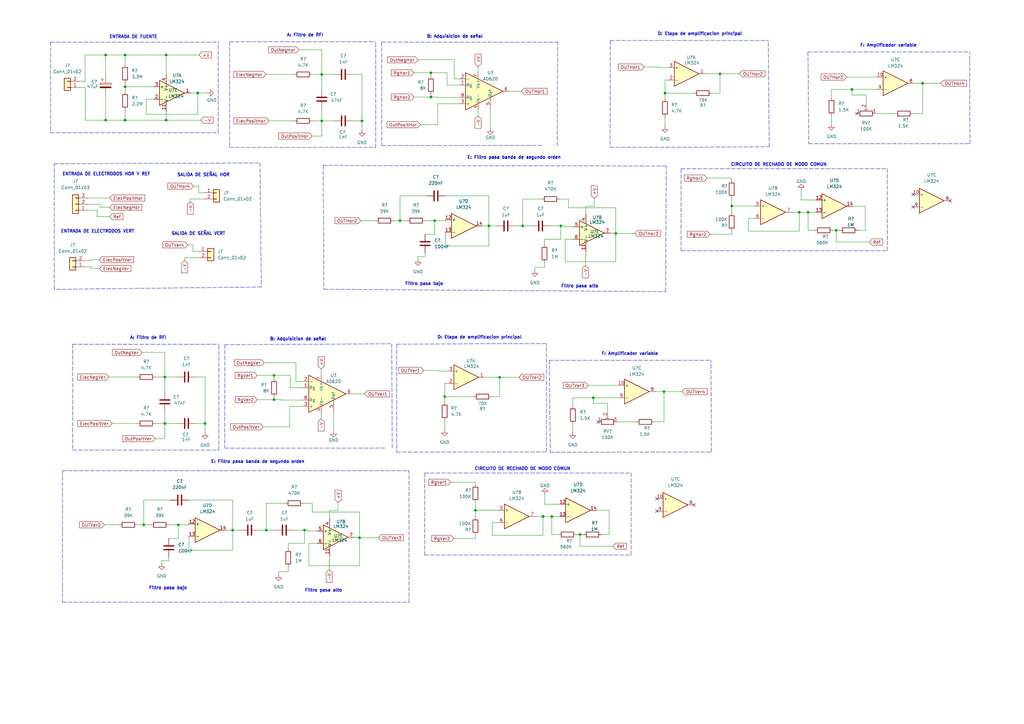
<source format=kicad_sch>
(kicad_sch (version 20211123) (generator eeschema)
  (paper "A3")
  (junction (at 112.395 163.9062))
  (junction (at 204.9272 154.7368))
  (junction (at 226.314 211.8614))
  (junction (at 349.4024 36.6776))
  (junction (at 300.101 84.5058))
  (junction (at 43.307 22.5552))
  (junction (at 68.1482 49.276))
  (junction (at 58.9534 215.265))
  (junction (at 222.7072 211.8614))
  (junction (at 378.4092 34.1376))
  (junction (at 327.8124 87.0966))
  (junction (at 343.0016 94.4626))
  (junction (at 164.0586 90.5002))
  (junction (at 109.2454 217.424))
  (junction (at 176.7332 39.8018))
  (junction (at 182.372 162.6616))
  (junction (at 81.0768 38.1508))
  (junction (at 237.8964 219.2274))
  (junction (at 148.463 49.5808))
  (junction (at 147.447 220.5228))
  (junction (at 194.9958 209.2706))
  (junction (at 67.6148 173.6852))
  (junction (at 95.4024 217.424))
  (junction (at 51.308 22.5552))
  (junction (at 229.997 92.6592))
  (junction (at 176.7332 29.8704))
  (junction (at 73.1774 215.265))
  (junction (at 243.332 163.1442))
  (junction (at 295.3004 30.2768))
  (junction (at 68.1482 22.5552))
  (junction (at 131.953 49.5808))
  (junction (at 131.953 30.5308))
  (junction (at 272.3388 160.6042))
  (junction (at 222.7072 211.8106))
  (junction (at 67.6148 154.6352))
  (junction (at 214.3506 92.6592))
  (junction (at 43.307 49.276))
  (junction (at 178.2826 90.5002))
  (junction (at 327.8124 87.0458))
  (junction (at 252.5522 95.758))
  (junction (at 200.5076 92.6592))
  (junction (at 51.308 35.5854))
  (junction (at 51.308 49.276))
  (junction (at 124.8918 217.424))
  (junction (at 84.1248 173.6852))
  (junction (at 81.0768 38.1254))
  (junction (at 112.395 153.9748))
  (junction (at 272.7452 38.2016))
  (junction (at 331.4192 87.0966))
  (no_connect (at 389.763 82.3214))
  (no_connect (at 374.523 79.7814))
  (no_connect (at 245.364 173.0502))
  (no_connect (at 351.4344 46.5836))
  (no_connect (at 284.6578 207.0862))
  (no_connect (at 269.4178 209.6262))
  (no_connect (at 269.4178 204.5462))
  (no_connect (at 374.523 84.8614))
  (wire (pts (xy 223.3168 98.1202) (xy 223.3168 100.203)))
  (wire (pts (xy 67.6148 179.9082) (xy 67.6148 173.6852)))
  (wire (pts (xy 222.7072 211.8614) (xy 222.7072 211.8106)))
  (wire (pts (xy 126.238 217.424) (xy 126.238 217.805)))
  (wire (pts (xy 77.0128 100.4316) (xy 79.1718 100.4316)))
  (wire (pts (xy 130.048 222.885) (xy 126.6952 222.885)))
  (wire (pts (xy 124.8918 222.885) (xy 124.8918 217.424)))
  (wire (pts (xy 66.3194 231.14) (xy 66.3194 229.997)))
  (wire (pts (xy 228.9302 219.2274) (xy 226.314 219.2274)))
  (wire (pts (xy 121.3866 148.7678) (xy 121.3866 156.464)))
  (wire (pts (xy 34.8742 33.3502) (xy 34.8742 22.5552)))
  (wire (pts (xy 174.4726 90.5002) (xy 178.2826 90.5002)))
  (wire (pts (xy 327.8124 87.0966) (xy 331.4192 87.0966)))
  (wire (pts (xy 37.1602 106.934) (xy 37.1602 106.5276)))
  (polyline (pts (xy 273.05 119.6086) (xy 273.2278 68.0974)))
  (wire (pts (xy 300.101 96.0882) (xy 300.101 94.8182)))
  (polyline (pts (xy 25.6286 246.9388) (xy 167.7416 246.9388)))
  (wire (pts (xy 249.174 165.4302) (xy 243.332 165.4302)))
  (wire (pts (xy 128.016 55.8038) (xy 131.953 55.8038)))
  (wire (pts (xy 116.8654 206.4004) (xy 109.2454 206.4004)))
  (wire (pts (xy 34.8996 109.474) (xy 37.4142 109.474)))
  (polyline (pts (xy 315.468 60.2234) (xy 315.1378 16.6116)))
  (wire (pts (xy 39.8526 88.8238) (xy 39.8526 86.2838)))
  (wire (pts (xy 43.307 49.276) (xy 51.308 49.276)))
  (wire (pts (xy 231.8004 107.2896) (xy 252.5522 107.2896)))
  (wire (pts (xy 131.953 30.5308) (xy 131.953 36.8808)))
  (wire (pts (xy 148.463 30.5308) (xy 148.463 49.5808)))
  (wire (pts (xy 78.0796 82.7532) (xy 78.0796 81.6102)))
  (wire (pts (xy 229.997 98.1202) (xy 229.997 92.6592)))
  (wire (pts (xy 306.9844 89.5858) (xy 306.9844 94.7928)))
  (polyline (pts (xy 20.7264 17.272) (xy 20.7264 54.4322)))
  (polyline (pts (xy 162.7378 185.42) (xy 224.1296 185.3692)))
  (wire (pts (xy 63.8048 173.6852) (xy 67.6148 173.6852)))
  (wire (pts (xy 131.7244 151.384) (xy 131.7244 153.924)))
  (wire (pts (xy 243.332 165.4302) (xy 243.332 163.1442)))
  (polyline (pts (xy 397.8402 58.928) (xy 397.6624 21.3106)))
  (wire (pts (xy 112.395 153.9748) (xy 119.0244 153.9748)))
  (wire (pts (xy 272.7452 32.8168) (xy 272.7452 38.2016)))
  (wire (pts (xy 234.95 174.0662) (xy 234.95 177.3682)))
  (wire (pts (xy 171.4246 105.2322) (xy 174.3456 105.2322)))
  (wire (pts (xy 66.3194 229.997) (xy 69.2404 229.997)))
  (polyline (pts (xy 29.8196 141.1986) (xy 29.8196 184.5818)))
  (polyline (pts (xy 29.8196 141.1986) (xy 89.789 141.1986)))
  (wire (pts (xy 222.7072 211.8106) (xy 219.583 211.8106)))
  (wire (pts (xy 196.0626 27.2796) (xy 196.0626 29.8196)))
  (wire (pts (xy 77.4954 225.679) (xy 95.4024 225.679)))
  (wire (pts (xy 198.882 154.7368) (xy 204.9272 154.7368)))
  (wire (pts (xy 292.0746 38.2016) (xy 295.3004 38.2016)))
  (wire (pts (xy 67.6148 154.6352) (xy 72.6948 154.6352)))
  (wire (pts (xy 146.5072 220.345) (xy 146.5072 220.5228)))
  (wire (pts (xy 186.309 24.5364) (xy 186.309 32.3596)))
  (polyline (pts (xy 174.2186 194.0052) (xy 174.2186 227.6348)))
  (wire (pts (xy 75.7174 105.6894) (xy 81.3816 105.6894)))
  (wire (pts (xy 51.308 35.5854) (xy 62.9158 35.5854)))
  (wire (pts (xy 68.1482 22.5552) (xy 68.1482 30.5562)))
  (wire (pts (xy 41.1226 85.0138) (xy 41.1226 83.7438)))
  (polyline (pts (xy 162.7378 141.1478) (xy 162.7378 185.42)))
  (wire (pts (xy 169.799 29.8704) (xy 176.7332 29.8704)))
  (wire (pts (xy 237.8964 224.028) (xy 237.8964 219.2274)))
  (wire (pts (xy 32.6898 33.3502) (xy 34.8742 33.3502)))
  (wire (pts (xy 334.5942 82.0166) (xy 328.5744 82.0166)))
  (wire (pts (xy 174.3456 105.2322) (xy 174.3456 103.7082)))
  (wire (pts (xy 84.1248 173.6852) (xy 84.1248 177.4952)))
  (wire (pts (xy 75.7174 106.8324) (xy 75.7174 105.6894)))
  (wire (pts (xy 148.463 49.5808) (xy 144.653 49.5808)))
  (wire (pts (xy 359.0544 46.5836) (xy 366.9284 46.5836)))
  (wire (pts (xy 240.3094 104.9528) (xy 240.3094 103.2002)))
  (wire (pts (xy 171.45 24.5364) (xy 186.309 24.5364)))
  (wire (pts (xy 145.288 220.345) (xy 146.5072 220.345)))
  (wire (pts (xy 243.7638 84.6074) (xy 243.7638 81.3308)))
  (wire (pts (xy 249.809 219.2274) (xy 249.809 209.3214)))
  (polyline (pts (xy 279.3238 69.2404) (xy 279.3238 102.87)))
  (wire (pts (xy 59.944 46.9138) (xy 81.0768 46.9138)))
  (wire (pts (xy 56.4134 215.265) (xy 58.9534 215.265)))
  (polyline (pts (xy 107.1626 117.7036) (xy 22.2504 118.6688)))
  (wire (pts (xy 300.101 84.5058) (xy 300.101 87.1982)))
  (wire (pts (xy 200.5076 92.6592) (xy 203.6826 92.6592)))
  (wire (pts (xy 223.4692 206.7814) (xy 223.4692 202.8444)))
  (wire (pts (xy 67.6148 154.6352) (xy 67.6148 160.9852)))
  (wire (pts (xy 178.2826 96.0882) (xy 178.2826 90.5002)))
  (polyline (pts (xy 154.1272 60.4774) (xy 154.1272 17.0942)))
  (wire (pts (xy 81.534 76.3524) (xy 81.534 79.0702)))
  (wire (pts (xy 172.4152 51.1048) (xy 179.4764 51.1048)))
  (wire (pts (xy 36.0426 81.2038) (xy 44.9326 81.2038)))
  (wire (pts (xy 268.8336 160.6042) (xy 272.3388 160.6042)))
  (polyline (pts (xy 92.2528 141.351) (xy 92.202 183.6166)))
  (wire (pts (xy 204.343 214.3506) (xy 201.8792 214.3506)))
  (wire (pts (xy 37.4142 110.109) (xy 40.767 110.109)))
  (wire (pts (xy 63.6778 179.9082) (xy 67.6148 179.9082)))
  (wire (pts (xy 233.1466 81.6356) (xy 233.1466 85.2424)))
  (wire (pts (xy 201.7014 162.6616) (xy 204.9272 162.6616)))
  (wire (pts (xy 118.2116 222.885) (xy 124.8918 222.885)))
  (wire (pts (xy 43.307 38.862) (xy 43.307 49.276)))
  (wire (pts (xy 36.0426 83.7438) (xy 41.1226 83.7438)))
  (wire (pts (xy 356.5398 99.2632) (xy 343.0016 99.2632)))
  (wire (pts (xy 73.1774 215.265) (xy 77.4954 215.265)))
  (wire (pts (xy 43.307 22.5552) (xy 43.307 31.242)))
  (wire (pts (xy 109.2454 206.4004) (xy 109.2454 217.424)))
  (wire (pts (xy 194.9958 209.2706) (xy 204.343 209.2706)))
  (wire (pts (xy 67.6148 173.6852) (xy 67.6148 168.6052)))
  (wire (pts (xy 51.308 45.1866) (xy 51.308 49.276)))
  (wire (pts (xy 178.2826 90.5002) (xy 182.6006 90.5002)))
  (wire (pts (xy 291.211 96.0882) (xy 300.101 96.0882)))
  (wire (pts (xy 354.9142 94.4626) (xy 354.9142 84.5566)))
  (polyline (pts (xy 89.4588 54.4322) (xy 89.4588 17.272)))
  (wire (pts (xy 118.2116 234.442) (xy 118.2116 232.5878)))
  (wire (pts (xy 183.642 157.2768) (xy 182.372 157.2768)))
  (polyline (pts (xy 228.5492 59.7916) (xy 228.7016 17.2974)))
  (wire (pts (xy 235.1532 98.1202) (xy 231.8004 98.1202)))
  (wire (pts (xy 200.5076 80.3402) (xy 200.5076 92.6592)))
  (wire (pts (xy 44.9326 88.8238) (xy 39.8526 88.8238)))
  (wire (pts (xy 122.6058 20.447) (xy 131.953 20.447)))
  (wire (pts (xy 182.372 162.6616) (xy 182.372 164.8968)))
  (wire (pts (xy 115.2906 164.084) (xy 124.1044 164.084)))
  (wire (pts (xy 44.9326 85.0138) (xy 41.1226 85.0138)))
  (wire (pts (xy 176.7332 39.8018) (xy 179.6288 39.8018)))
  (polyline (pts (xy 250.317 16.5862) (xy 250.19 60.4774)))
  (wire (pts (xy 300.101 73.025) (xy 300.101 73.787)))
  (wire (pts (xy 355.2444 42.7736) (xy 355.2444 38.9636)))
  (wire (pts (xy 219.3798 110.871) (xy 219.3798 109.6772)))
  (polyline (pts (xy 174.2186 194.0052) (xy 258.826 194.0052)))
  (wire (pts (xy 240.3094 84.6074) (xy 243.7638 84.6074)))
  (wire (pts (xy 327.8124 87.0458) (xy 324.6882 87.0458)))
  (wire (pts (xy 231.8004 98.1202) (xy 231.8004 107.2896)))
  (polyline (pts (xy 156.591 17.2466) (xy 156.5402 59.5122)))
  (wire (pts (xy 135.0264 229.7176) (xy 135.2042 229.7176)))
  (polyline (pts (xy 25.6286 193.0908) (xy 25.6286 246.9388)))
  (wire (pts (xy 73.1774 220.853) (xy 73.1774 215.265)))
  (wire (pts (xy 135.2042 212.725) (xy 135.2042 209.3722)))
  (polyline (pts (xy 258.826 227.6348) (xy 258.826 194.0052)))
  (wire (pts (xy 146.5072 220.5228) (xy 147.447 220.5228)))
  (polyline (pts (xy 162.7378 141.1478) (xy 224.1296 140.9192)))
  (wire (pts (xy 144.4244 161.544) (xy 149.5044 161.544)))
  (wire (pts (xy 252.984 173.0502) (xy 260.858 173.0502)))
  (polyline (pts (xy 156.5148 59.69) (xy 222.631 59.6646)))
  (wire (pts (xy 200.5076 92.6592) (xy 200.5076 100.9142)))
  (wire (pts (xy 63.8048 154.6352) (xy 67.6148 154.6352)))
  (wire (pts (xy 59.944 40.6654) (xy 59.944 46.9138)))
  (wire (pts (xy 179.4764 51.1048) (xy 179.4764 42.5196)))
  (wire (pts (xy 105.5116 163.9062) (xy 112.395 163.9062)))
  (polyline (pts (xy 22.2504 67.1576) (xy 106.6292 66.8274)))
  (wire (pts (xy 252.5522 85.2424) (xy 252.5522 95.758)))
  (wire (pts (xy 67.6148 173.6852) (xy 72.6948 173.6852)))
  (wire (pts (xy 182.372 162.6616) (xy 194.0814 162.6616)))
  (wire (pts (xy 300.101 84.5058) (xy 309.4482 84.5058)))
  (wire (pts (xy 77.4954 219.964) (xy 77.4954 225.679)))
  (wire (pts (xy 164.0586 90.5002) (xy 166.8526 90.5002)))
  (wire (pts (xy 234.95 163.1442) (xy 243.332 163.1442)))
  (wire (pts (xy 174.3456 96.0882) (xy 178.2826 96.0882)))
  (wire (pts (xy 341.0204 47.5996) (xy 341.0204 50.9016)))
  (wire (pts (xy 343.0016 94.4626) (xy 344.297 94.4626)))
  (polyline (pts (xy 94.1578 60.4774) (xy 154.1272 60.4774)))
  (wire (pts (xy 252.5522 107.2896) (xy 252.5522 95.758)))
  (wire (pts (xy 295.3004 38.2016) (xy 295.3004 30.2768)))
  (wire (pts (xy 240.3094 87.9602) (xy 240.3094 84.6074)))
  (wire (pts (xy 240.1316 104.9528) (xy 240.3094 104.9528)))
  (wire (pts (xy 58.2676 144.5514) (xy 67.6148 144.5514)))
  (polyline (pts (xy 92.1766 183.7944) (xy 158.2928 183.769)))
  (wire (pts (xy 274.0152 32.8168) (xy 272.7452 32.8168)))
  (wire (pts (xy 131.953 20.447) (xy 131.953 30.5308)))
  (wire (pts (xy 84.1248 154.6352) (xy 84.1248 173.6852)))
  (polyline (pts (xy 132.5626 67.7672) (xy 140.1318 67.7672)))
  (wire (pts (xy 223.3168 98.1202) (xy 229.997 98.1202)))
  (polyline (pts (xy 331.3684 21.3106) (xy 331.7494 58.9788)))
  (wire (pts (xy 37.1602 106.5276) (xy 40.6908 106.5276)))
  (wire (pts (xy 179.6288 39.9796) (xy 188.4426 39.9796)))
  (wire (pts (xy 128.143 30.5308) (xy 131.953 30.5308)))
  (wire (pts (xy 231.3432 93.0402) (xy 235.1532 93.0402)))
  (wire (pts (xy 105.4608 153.9748) (xy 112.395 153.9748)))
  (wire (pts (xy 42.8244 215.265) (xy 48.7934 215.265)))
  (wire (pts (xy 78.0796 81.6102) (xy 83.7438 81.6102)))
  (wire (pts (xy 148.463 49.5808) (xy 148.463 53.3908)))
  (wire (pts (xy 184.8866 197.7898) (xy 194.9958 197.7898)))
  (wire (pts (xy 229.997 92.6592) (xy 231.3432 92.6592)))
  (wire (pts (xy 39.8526 86.2838) (xy 36.0426 86.2838)))
  (wire (pts (xy 194.9958 197.7898) (xy 194.9958 198.5518)))
  (wire (pts (xy 121.3866 156.464) (xy 124.1044 156.464)))
  (polyline (pts (xy 22.2504 118.6688) (xy 22.2504 67.1576)))
  (wire (pts (xy 229.5906 81.6356) (xy 233.1466 81.6356)))
  (polyline (pts (xy 89.789 184.5818) (xy 89.789 141.1986)))
  (wire (pts (xy 186.309 32.3596) (xy 188.4426 32.3596)))
  (wire (pts (xy 46.0248 173.6852) (xy 56.1848 173.6852)))
  (wire (pts (xy 114.2746 234.442) (xy 118.2116 234.442)))
  (wire (pts (xy 236.5502 219.2274) (xy 237.8964 219.2274)))
  (polyline (pts (xy 92.2528 141.351) (xy 160.7058 141.0208)))
  (polyline (pts (xy 132.5626 67.7672) (xy 132.8674 118.6434)))
  (wire (pts (xy 37.4142 109.474) (xy 37.4142 110.109)))
  (wire (pts (xy 182.6006 80.3402) (xy 200.5076 80.3402)))
  (wire (pts (xy 289.2552 30.2768) (xy 295.3004 30.2768)))
  (wire (pts (xy 79.1718 100.4316) (xy 79.1718 103.1494)))
  (wire (pts (xy 118.7704 166.624) (xy 124.1044 166.624)))
  (wire (pts (xy 183.3626 34.8996) (xy 188.4426 34.8996)))
  (wire (pts (xy 95.4024 217.424) (xy 98.5774 217.424)))
  (wire (pts (xy 251.6124 95.5802) (xy 251.6124 95.758)))
  (wire (pts (xy 80.3148 154.6352) (xy 84.1248 154.6352)))
  (wire (pts (xy 272.7452 38.2016) (xy 272.7452 40.4368)))
  (wire (pts (xy 126.6952 222.885) (xy 126.6952 232.0544)))
  (wire (pts (xy 182.6006 100.9142) (xy 200.5076 100.9142)))
  (wire (pts (xy 249.174 169.2402) (xy 249.174 165.4302)))
  (wire (pts (xy 77.4954 215.265) (xy 77.4954 214.884)))
  (wire (pts (xy 252.5522 95.758) (xy 260.3754 95.758)))
  (wire (pts (xy 328.5744 82.0166) (xy 328.5744 78.0796)))
  (wire (pts (xy 194.9958 206.1718) (xy 194.9958 209.2706)))
  (wire (pts (xy 112.395 163.9062) (xy 115.2906 163.9062)))
  (wire (pts (xy 34.8742 22.5552) (xy 43.307 22.5552)))
  (polyline (pts (xy 20.7264 54.4322) (xy 89.4588 54.4322)))
  (wire (pts (xy 214.3506 81.6356) (xy 214.3506 92.6592)))
  (wire (pts (xy 225.5266 92.6592) (xy 229.997 92.6592)))
  (wire (pts (xy 124.8918 217.424) (xy 126.238 217.424)))
  (wire (pts (xy 51.308 49.276) (xy 68.1482 49.276)))
  (wire (pts (xy 197.8406 92.6592) (xy 200.5076 92.6592)))
  (wire (pts (xy 119.0244 153.9748) (xy 119.0244 159.004)))
  (polyline (pts (xy 225.679 185.4454) (xy 291.7698 185.3946)))
  (wire (pts (xy 341.6554 94.4626) (xy 343.0016 94.4626)))
  (wire (pts (xy 77.4954 205.105) (xy 95.4024 205.105)))
  (wire (pts (xy 378.4092 34.1376) (xy 385.9022 34.1376)))
  (wire (pts (xy 272.7452 48.0568) (xy 272.7452 51.8668)))
  (wire (pts (xy 169.8498 39.8018) (xy 176.7332 39.8018)))
  (wire (pts (xy 131.953 55.8038) (xy 131.953 49.5808)))
  (polyline (pts (xy 29.8196 184.5818) (xy 89.789 184.5818)))
  (wire (pts (xy 327.8124 87.0966) (xy 327.8124 87.0458)))
  (wire (pts (xy 349.4024 36.6776) (xy 359.664 36.6776)))
  (wire (pts (xy 69.2404 229.997) (xy 69.2404 228.473)))
  (wire (pts (xy 223.3168 109.6772) (xy 223.3168 107.823)))
  (polyline (pts (xy 279.3238 102.87) (xy 363.9312 102.87)))
  (polyline (pts (xy 132.8674 118.6434) (xy 273.05 119.6086)))
  (wire (pts (xy 174.9806 80.3402) (xy 164.0586 80.3402)))
  (wire (pts (xy 241.2238 158.0642) (xy 253.5936 158.0642)))
  (wire (pts (xy 128.143 49.5808) (xy 131.953 49.5808)))
  (wire (pts (xy 176.7332 29.8704) (xy 183.3626 29.8704)))
  (polyline (pts (xy 225.298 147.7772) (xy 225.679 185.4454)))
  (wire (pts (xy 69.3674 215.265) (xy 73.1774 215.265)))
  (wire (pts (xy 243.332 163.1442) (xy 253.5936 163.1442)))
  (wire (pts (xy 211.3026 92.6592) (xy 214.3506 92.6592)))
  (wire (pts (xy 34.8996 106.934) (xy 37.1602 106.934)))
  (wire (pts (xy 349.4024 38.9636) (xy 349.4024 36.6776)))
  (polyline (pts (xy 25.6286 193.0908) (xy 167.7416 193.0908)))
  (wire (pts (xy 309.4482 89.5858) (xy 306.9844 89.5858)))
  (polyline (pts (xy 106.6292 66.8274) (xy 107.1626 117.7036)))
  (wire (pts (xy 272.7452 38.2016) (xy 284.4546 38.2016)))
  (wire (pts (xy 176.7332 38.7604) (xy 176.7332 39.8018)))
  (polyline (pts (xy 20.7264 17.272) (xy 89.4588 17.272)))
  (wire (pts (xy 246.8118 219.2274) (xy 249.809 219.2274)))
  (wire (pts (xy 204.9272 154.7368) (xy 212.852 154.7368)))
  (wire (pts (xy 114.2746 235.6358) (xy 114.2746 234.442)))
  (wire (pts (xy 115.2906 163.9062) (xy 115.2906 164.084)))
  (wire (pts (xy 270.256 27.4828) (xy 270.256 27.7368)))
  (polyline (pts (xy 225.298 147.7772) (xy 291.592 147.7772)))
  (wire (pts (xy 347.2942 31.5976) (xy 359.664 31.5976)))
  (wire (pts (xy 34.9504 35.8902) (xy 34.9504 49.276)))
  (wire (pts (xy 69.2404 220.853) (xy 73.1774 220.853)))
  (wire (pts (xy 226.314 219.2274) (xy 226.314 211.8614)))
  (wire (pts (xy 124.4854 206.4004) (xy 128.0414 206.4004)))
  (wire (pts (xy 43.307 22.5552) (xy 51.308 22.5552)))
  (wire (pts (xy 131.7244 169.164) (xy 131.7244 171.704)))
  (wire (pts (xy 79.1718 103.1494) (xy 81.3816 103.1494)))
  (polyline (pts (xy 156.591 17.2466) (xy 228.7016 17.2974)))
  (wire (pts (xy 250.3932 95.5802) (xy 251.6124 95.5802)))
  (wire (pts (xy 147.9296 90.5002) (xy 153.8986 90.5002)))
  (wire (pts (xy 118.7704 175.0822) (xy 118.7704 166.624)))
  (wire (pts (xy 44.7548 154.6352) (xy 56.1848 154.6352)))
  (wire (pts (xy 201.8792 219.5576) (xy 222.7072 219.5576)))
  (wire (pts (xy 349.8342 84.5566) (xy 354.9142 84.5566)))
  (wire (pts (xy 81.534 79.0702) (xy 83.7438 79.0702)))
  (wire (pts (xy 182.6006 95.1992) (xy 182.6006 100.9142)))
  (wire (pts (xy 138.6586 209.3722) (xy 138.6586 206.0956)))
  (wire (pts (xy 128.0414 210.0072) (xy 147.447 210.0072)))
  (wire (pts (xy 179.6288 39.8018) (xy 179.6288 39.9796)))
  (wire (pts (xy 69.8754 205.105) (xy 58.9534 205.105)))
  (wire (pts (xy 92.7354 217.424) (xy 95.4024 217.424)))
  (polyline (pts (xy 250.19 60.4774) (xy 315.468 60.2234)))
  (wire (pts (xy 109.093 30.5308) (xy 120.523 30.5308)))
  (wire (pts (xy 182.372 157.2768) (xy 182.372 162.6616)))
  (wire (pts (xy 84.1248 173.6852) (xy 80.3148 173.6852)))
  (wire (pts (xy 331.4192 94.4626) (xy 331.4192 87.0966)))
  (wire (pts (xy 135.2042 209.3722) (xy 138.6586 209.3722)))
  (wire (pts (xy 81.0768 46.9138) (xy 81.0768 38.1508)))
  (wire (pts (xy 119.0244 159.004) (xy 124.1044 159.004)))
  (wire (pts (xy 182.6006 90.5002) (xy 182.6006 90.1192)))
  (polyline (pts (xy 160.8328 183.6928) (xy 160.7058 141.0208)))
  (wire (pts (xy 196.0626 45.0596) (xy 196.0626 47.5996)))
  (wire (pts (xy 229.489 206.7814) (xy 223.4692 206.7814)))
  (wire (pts (xy 58.9534 215.265) (xy 61.7474 215.265)))
  (wire (pts (xy 126.238 217.805) (xy 130.048 217.805)))
  (wire (pts (xy 106.1974 217.424) (xy 109.2454 217.424)))
  (wire (pts (xy 341.0204 36.6776) (xy 349.4024 36.6776)))
  (wire (pts (xy 295.3004 30.2768) (xy 303.2252 30.2768)))
  (wire (pts (xy 374.5484 46.5836) (xy 378.4092 46.5836)))
  (wire (pts (xy 244.729 209.3214) (xy 249.809 209.3214)))
  (wire (pts (xy 161.5186 90.5002) (xy 164.0586 90.5002)))
  (wire (pts (xy 135.2042 229.7176) (xy 135.2042 227.965)))
  (wire (pts (xy 204.9272 162.6616) (xy 204.9272 154.7368)))
  (polyline (pts (xy 94.1578 17.0942) (xy 154.1272 17.0942)))
  (wire (pts (xy 58.9534 205.105) (xy 58.9534 215.265)))
  (wire (pts (xy 374.904 34.1376) (xy 378.4092 34.1376)))
  (wire (pts (xy 183.3626 29.8704) (xy 183.3626 34.8996)))
  (wire (pts (xy 214.3506 92.6592) (xy 217.9066 92.6592)))
  (wire (pts (xy 95.4024 205.105) (xy 95.4024 217.424)))
  (wire (pts (xy 95.4024 217.424) (xy 95.4024 225.679)))
  (wire (pts (xy 221.9706 81.6356) (xy 214.3506 81.6356)))
  (wire (pts (xy 118.2116 222.885) (xy 118.2116 224.9678)))
  (wire (pts (xy 264.1854 27.4828) (xy 270.256 27.4828)))
  (wire (pts (xy 131.953 30.5308) (xy 137.033 30.5308)))
  (wire (pts (xy 222.7072 211.8614) (xy 226.314 211.8614)))
  (wire (pts (xy 62.9158 40.6654) (xy 59.944 40.6654)))
  (polyline (pts (xy 224.1296 185.3692) (xy 224.1296 140.9192)))
  (wire (pts (xy 289.9918 73.025) (xy 300.101 73.025)))
  (wire (pts (xy 341.0204 39.9796) (xy 341.0204 36.6776)))
  (wire (pts (xy 147.447 232.0544) (xy 147.447 220.5228)))
  (wire (pts (xy 272.3388 160.6042) (xy 279.8318 160.6042)))
  (wire (pts (xy 51.308 22.5552) (xy 68.1482 22.5552)))
  (wire (pts (xy 78.1558 38.1254) (xy 81.0768 38.1254)))
  (wire (pts (xy 231.3432 92.6592) (xy 231.3432 93.0402)))
  (wire (pts (xy 136.8044 169.164) (xy 136.8044 176.784)))
  (wire (pts (xy 179.8828 152.1968) (xy 183.642 152.1968)))
  (wire (pts (xy 378.4092 46.5836) (xy 378.4092 34.1376)))
  (wire (pts (xy 147.447 220.5228) (xy 155.2702 220.5228)))
  (wire (pts (xy 68.1482 22.5552) (xy 81.6356 22.5552)))
  (wire (pts (xy 131.953 49.5808) (xy 131.953 44.5008)))
  (wire (pts (xy 234.95 166.4462) (xy 234.95 163.1442)))
  (polyline (pts (xy 279.3238 69.2404) (xy 363.9312 69.2404)))
  (wire (pts (xy 351.917 94.4626) (xy 354.9142 94.4626)))
  (wire (pts (xy 120.4214 217.424) (xy 124.8918 217.424)))
  (wire (pts (xy 222.7072 219.5576) (xy 222.7072 211.8614)))
  (wire (pts (xy 327.8124 94.7928) (xy 327.8124 87.0966)))
  (wire (pts (xy 79.375 76.3524) (xy 81.534 76.3524)))
  (wire (pts (xy 112.395 153.9748) (xy 112.395 155.2448)))
  (polyline (pts (xy 94.1578 17.0942) (xy 94.1578 60.4774)))
  (wire (pts (xy 110.363 49.5808) (xy 120.523 49.5808)))
  (wire (pts (xy 128.0414 206.4004) (xy 128.0414 210.0072)))
  (wire (pts (xy 219.3798 109.6772) (xy 223.3168 109.6772)))
  (wire (pts (xy 173.8122 151.9428) (xy 179.8828 151.9428)))
  (wire (pts (xy 251.6124 95.758) (xy 252.5522 95.758)))
  (polyline (pts (xy 250.317 16.5862) (xy 315.1378 16.6116)))
  (wire (pts (xy 68.1482 49.276) (xy 82.296 49.276)))
  (wire (pts (xy 355.2444 38.9636) (xy 349.4024 38.9636)))
  (wire (pts (xy 300.101 81.407) (xy 300.101 84.5058)))
  (wire (pts (xy 176.7332 29.8704) (xy 176.7332 31.1404)))
  (polyline (pts (xy 291.7698 185.3946) (xy 291.592 147.7772)))
  (wire (pts (xy 233.1466 85.2424) (xy 252.5522 85.2424)))
  (wire (pts (xy 68.1482 45.7962) (xy 68.1482 49.276)))
  (wire (pts (xy 131.953 49.5808) (xy 137.033 49.5808)))
  (wire (pts (xy 226.314 211.8614) (xy 229.489 211.8614)))
  (wire (pts (xy 144.653 30.5308) (xy 148.463 30.5308)))
  (wire (pts (xy 179.8828 151.9428) (xy 179.8828 152.1968)))
  (wire (pts (xy 51.308 34.036) (xy 51.308 35.5854)))
  (wire (pts (xy 251.4346 224.028) (xy 237.8964 224.028)))
  (wire (pts (xy 108.2802 148.7678) (xy 121.3866 148.7678)))
  (wire (pts (xy 268.478 173.0502) (xy 272.3388 173.0502)))
  (wire (pts (xy 135.0264 233.68) (xy 135.0264 229.7176)))
  (polyline (pts (xy 331.7494 58.9788) (xy 397.8402 58.928)))
  (wire (pts (xy 270.256 27.7368) (xy 274.0152 27.7368)))
  (wire (pts (xy 179.4764 42.5196) (xy 188.4426 42.5196)))
  (wire (pts (xy 331.4192 87.0966) (xy 334.5942 87.0966)))
  (wire (pts (xy 67.6148 144.5514) (xy 67.6148 154.6352)))
  (wire (pts (xy 34.9504 49.276) (xy 43.307 49.276)))
  (wire (pts (xy 208.7626 37.4396) (xy 213.8426 37.4396)))
  (wire (pts (xy 171.4246 106.3752) (xy 171.4246 105.2322)))
  (polyline (pts (xy 363.9312 102.87) (xy 363.9312 69.2404)))
  (wire (pts (xy 32.6898 35.8902) (xy 34.9504 35.8902)))
  (wire (pts (xy 112.395 162.8648) (xy 112.395 163.9062)))
  (wire (pts (xy 107.9246 175.0822) (xy 118.7704 175.0822)))
  (wire (pts (xy 51.308 35.5854) (xy 51.308 37.5666)))
  (wire (pts (xy 201.8792 214.3506) (xy 201.8792 219.5576)))
  (wire (pts (xy 272.3388 173.0502) (xy 272.3388 160.6042)))
  (wire (pts (xy 306.9844 94.7928) (xy 327.8124 94.7928)))
  (wire (pts (xy 109.2454 217.424) (xy 112.8014 217.424)))
  (wire (pts (xy 147.447 210.0072) (xy 147.447 220.5228)))
  (wire (pts (xy 334.0354 94.4626) (xy 331.4192 94.4626)))
  (wire (pts (xy 126.6952 232.0544) (xy 147.447 232.0544)))
  (wire (pts (xy 237.8964 219.2274) (xy 239.1918 219.2274)))
  (wire (pts (xy 240.1316 108.9152) (xy 240.1316 104.9528)))
  (polyline (pts (xy 174.2186 227.6348) (xy 258.826 227.6348)))
  (wire (pts (xy 164.0586 80.3402) (xy 164.0586 90.5002)))
  (polyline (pts (xy 331.3684 21.3106) (xy 397.6624 21.3106)))
  (wire (pts (xy 201.1426 45.0596) (xy 201.1426 52.6796)))
  (wire (pts (xy 81.0768 38.1508) (xy 84.963 38.1508)))
  (wire (pts (xy 343.0016 99.2632) (xy 343.0016 94.4626)))
  (wire (pts (xy 186.1058 220.853) (xy 194.9958 220.853)))
  (wire (pts (xy 51.308 22.5552) (xy 51.308 26.416)))
  (wire (pts (xy 194.9958 220.853) (xy 194.9958 219.583)))
  (wire (pts (xy 81.0768 38.1508) (xy 81.0768 38.1254)))
  (wire (pts (xy 182.372 172.5168) (xy 182.372 176.3268)))
  (polyline (pts (xy 273.2278 68.0974) (xy 140.0048 67.8942)))
  (polyline (pts (xy 167.7416 246.9388) (xy 167.7416 193.0908)))
  (wire (pts (xy 194.9958 209.2706) (xy 194.9958 211.963)))
  (text "D: Etapa de amplificacion principal" (at 179.2732 139.1666 0) (effects (font (size 1.27 1.27) bold) (justify left bottom)))
  (text "ENTRADA DE FUENTE" (at 44.7802 15.9512 0) (effects (font (size 1.27 1.27) (thickness 0.254) bold) (justify left bottom)))
  (text "SALIDA DE SEÑAL HOR\n\n" (at 72.6186 74.6252 0) (effects (font (size 1.27 1.27) (thickness 0.254) bold) (justify left bottom)))
  (text "ENTRADA DE ELECTRODOS HOR Y REF\n\n" (at 25.527 74.295 0) (effects (font (size 1.27 1.27) (thickness 0.254) bold) (justify left bottom)))
  (text "A: Filtro de RFI " (at 117.5512 15.24 0) (effects (font (size 1.27 1.27) (thickness 0.254) bold) (justify left bottom)))
  (text "E: Filtro pasa banda de segundo orden" (at 191.5668 65.4304 0) (effects (font (size 1.27 1.27) bold) (justify left bottom)))
  (text "CIRCUITO DE RECHADO DE MODO COMUN\n" (at 299.6946 68.3514 0) (effects (font (size 1.27 1.27) (thickness 0.254) bold) (justify left bottom)))
  (text "Filtro pasa bajo" (at 60.9854 241.9858 0) (effects (font (size 1.27 1.27) bold) (justify left bottom)))
  (text "SALIDA DE SEÑAL VERT\n\n" (at 70.2564 98.7044 0) (effects (font (size 1.27 1.27) (thickness 0.254) bold) (justify left bottom)))
  (text "ENTRADA DE ELECTRODOS VERT\n\n\n\n" (at 24.892 101.854 0) (effects (font (size 1.27 1.27) (thickness 0.254) bold) (justify left bottom)))
  (text "Filtro pasa alto" (at 124.9426 242.951 0) (effects (font (size 1.27 1.27) bold) (justify left bottom)))
  (text "B: Adquisicion de señal" (at 174.9552 15.7988 0) (effects (font (size 1.27 1.27) (thickness 0.254) bold) (justify left bottom)))
  (text "Filtro pasa bajo" (at 166.0906 117.221 0) (effects (font (size 1.27 1.27) bold) (justify left bottom)))
  (text "D: Etapa de amplificacion principal" (at 269.6464 14.7066 0) (effects (font (size 1.27 1.27) bold) (justify left bottom)))
  (text "F: Amplificador variable" (at 246.634 145.8976 0) (effects (font (size 1.27 1.27) bold) (justify left bottom)))
  (text "A: Filtro de RFI " (at 53.213 139.3444 0) (effects (font (size 1.27 1.27) (thickness 0.254) bold) (justify left bottom)))
  (text "E: Filtro pasa banda de segundo orden" (at 86.4616 190.1952 0) (effects (font (size 1.27 1.27) bold) (justify left bottom)))
  (text "CIRCUITO DE RECHADO DE MODO COMUN\n" (at 194.5894 193.1162 0) (effects (font (size 1.27 1.27) (thickness 0.254) bold) (justify left bottom)))
  (text "F: Amplificador variable" (at 352.7044 19.431 0) (effects (font (size 1.27 1.27) bold) (justify left bottom)))
  (text "Filtro pasa alto" (at 230.0478 118.1862 0) (effects (font (size 1.27 1.27) bold) (justify left bottom)))
  (text "B: Adquisicion de señal" (at 110.617 139.9032 0) (effects (font (size 1.27 1.27) (thickness 0.254) bold) (justify left bottom)))
  (global_label "RgVer2" (shape input) (at 186.1058 220.853 180) (property "Intersheet References" "${INTERSHEET_REFS}" (effects hide)))
  (global_label "ElecPositHor" (shape input) (at 44.9326 81.2038 0) (property "Intersheet References" "${INTERSHEET_REFS}" (effects hide)))
  (global_label "OUTHor3" (shape input) (at 260.3754 95.758 0) (property "Intersheet References" "${INTERSHEET_REFS}" (effects hide)))
  (global_label "ElecNegHor" (shape input) (at 44.9326 85.0138 0) (property "Intersheet References" "${INTERSHEET_REFS}" (effects hide)))
  (global_label "RgVer1" (shape input) (at 105.4608 153.9748 180) (property "Intersheet References" "${INTERSHEET_REFS}" (effects hide)))
  (global_label "OUTVer1" (shape input) (at 173.8122 151.9428 180) (property "Intersheet References" "${INTERSHEET_REFS}" (effects hide)))
  (global_label "OUTHor1" (shape input) (at 264.1854 27.4828 180) (property "Intersheet References" "${INTERSHEET_REFS}" (effects hide)))
  (global_label "OUTVer3" (shape input) (at 155.2702 220.5228 0) (property "Intersheet References" "${INTERSHEET_REFS}" (effects hide)))
  (global_label "ElecNegVer" (shape input) (at 40.767 110.109 0) (property "Intersheet References" "${INTERSHEET_REFS}" (effects hide)))
  (global_label "RgVer2" (shape input) (at 105.5116 163.9062 180) (property "Intersheet References" "${INTERSHEET_REFS}" (effects hide)))
  (global_label "OUTVer3" (shape input) (at 241.2238 158.0642 180) (property "Intersheet References" "${INTERSHEET_REFS}" (effects hide)))
  (global_label "-V" (shape input) (at 135.0264 233.68 270) (property "Intersheet References" "${INTERSHEET_REFS}" (effects hide)))
  (global_label "OUTVer4" (shape input) (at 77.0128 100.4316 180) (property "Intersheet References" "${INTERSHEET_REFS}" (effects hide)))
  (global_label "+V" (shape input) (at 81.6356 22.5552 0) (property "Intersheet References" "${INTERSHEET_REFS}" (effects hide)))
  (global_label "OUTHor3" (shape input) (at 347.2942 31.5976 180) (property "Intersheet References" "${INTERSHEET_REFS}" (effects hide)))
  (global_label "RgHor2" (shape input) (at 291.211 96.0882 180) (property "Intersheet References" "${INTERSHEET_REFS}" (effects hide)))
  (global_label "OutPositHor" (shape input) (at 172.4152 51.1048 180) (property "Intersheet References" "${INTERSHEET_REFS}" (effects hide)))
  (global_label "RgHor1" (shape input) (at 169.799 29.8704 180) (property "Intersheet References" "${INTERSHEET_REFS}" (effects hide)))
  (global_label "-V" (shape input) (at 240.1316 108.9152 270) (property "Intersheet References" "${INTERSHEET_REFS}" (effects hide)))
  (global_label "OUTHor4" (shape input) (at 385.9022 34.1376 0) (property "Intersheet References" "${INTERSHEET_REFS}" (effects hide)))
  (global_label "OutNegHor" (shape input) (at 171.45 24.5364 180) (property "Intersheet References" "${INTERSHEET_REFS}" (effects hide)))
  (global_label "ElecPositHor" (shape input) (at 110.363 49.5808 180) (property "Intersheet References" "${INTERSHEET_REFS}" (effects hide)))
  (global_label "OutPositVer" (shape input) (at 107.9246 175.0822 180) (property "Intersheet References" "${INTERSHEET_REFS}" (effects hide)))
  (global_label "RgVer1" (shape input) (at 184.8866 197.7898 180) (property "Intersheet References" "${INTERSHEET_REFS}" (effects hide)))
  (global_label "OUTHor2" (shape input) (at 303.2252 30.2768 0) (property "Intersheet References" "${INTERSHEET_REFS}" (effects hide)))
  (global_label "RgHor2" (shape input) (at 169.8498 39.8018 180) (property "Intersheet References" "${INTERSHEET_REFS}" (effects hide)))
  (global_label "+V" (shape input) (at 138.6586 206.0956 90) (property "Intersheet References" "${INTERSHEET_REFS}" (effects hide)))
  (global_label "OUTVer2" (shape input) (at 212.852 154.7368 0) (property "Intersheet References" "${INTERSHEET_REFS}" (effects hide)))
  (global_label "Ref" (shape input) (at 356.5398 99.2632 0) (property "Intersheet References" "${INTERSHEET_REFS}" (effects hide)))
  (global_label "OUTHor2" (shape input) (at 147.9296 90.5002 180) (property "Intersheet References" "${INTERSHEET_REFS}" (effects hide)))
  (global_label "OUTHor4" (shape input) (at 79.375 76.3524 180) (property "Intersheet References" "${INTERSHEET_REFS}" (effects hide)))
  (global_label "OUTVer2" (shape input) (at 42.8244 215.265 180) (property "Intersheet References" "${INTERSHEET_REFS}" (effects hide)))
  (global_label "RgHor1" (shape input) (at 289.9918 73.025 180) (property "Intersheet References" "${INTERSHEET_REFS}" (effects hide)))
  (global_label "OutNegVer" (shape input) (at 58.2676 144.5514 180) (property "Intersheet References" "${INTERSHEET_REFS}" (effects hide)))
  (global_label "OutPositHor" (shape input) (at 128.016 55.8038 180) (property "Intersheet References" "${INTERSHEET_REFS}" (effects hide)))
  (global_label "ElecPositVer" (shape input) (at 46.0248 173.6852 180) (property "Intersheet References" "${INTERSHEET_REFS}" (effects hide)))
  (global_label "-V" (shape input) (at 196.0626 47.5996 270) (property "Intersheet References" "${INTERSHEET_REFS}" (effects hide)))
  (global_label "-V" (shape input) (at 82.296 49.276 0) (property "Intersheet References" "${INTERSHEET_REFS}" (effects hide)))
  (global_label "OUTVer1" (shape input) (at 149.5044 161.544 0) (property "Intersheet References" "${INTERSHEET_REFS}" (effects hide)))
  (global_label "ElecNegHor" (shape input) (at 109.093 30.5308 180) (property "Intersheet References" "${INTERSHEET_REFS}" (effects hide)))
  (global_label "+V" (shape input) (at 243.7638 81.3308 90) (property "Intersheet References" "${INTERSHEET_REFS}" (effects hide)))
  (global_label "-V" (shape input) (at 75.7174 106.8324 270) (property "Intersheet References" "${INTERSHEET_REFS}" (effects hide)))
  (global_label "-V" (shape input) (at 131.7244 171.704 270) (property "Intersheet References" "${INTERSHEET_REFS}" (effects hide)))
  (global_label "Ref" (shape input) (at 251.4346 224.028 0) (property "Intersheet References" "${INTERSHEET_REFS}" (effects hide)))
  (global_label "ElecNegVer" (shape input) (at 44.7548 154.6352 180) (property "Intersheet References" "${INTERSHEET_REFS}" (effects hide)))
  (global_label "+V" (shape input) (at 131.7244 151.384 90) (property "Intersheet References" "${INTERSHEET_REFS}" (effects hide)))
  (global_label "OutPositVer" (shape input) (at 63.6778 179.9082 180) (property "Intersheet References" "${INTERSHEET_REFS}" (effects hide)))
  (global_label "OUTHor1" (shape input) (at 213.8426 37.4396 0) (property "Intersheet References" "${INTERSHEET_REFS}" (effects hide)))
  (global_label "OutNegVer" (shape input) (at 108.2802 148.7678 180) (property "Intersheet References" "${INTERSHEET_REFS}" (effects hide)))
  (global_label "ElecPositVer" (shape input) (at 40.6908 106.5276 0) (property "Intersheet References" "${INTERSHEET_REFS}" (effects hide)))
  (global_label "-V" (shape input) (at 78.0796 82.7532 270) (property "Intersheet References" "${INTERSHEET_REFS}" (effects hide)))
  (global_label "OutNegHor" (shape input) (at 122.6058 20.447 180) (property "Intersheet References" "${INTERSHEET_REFS}" (effects hide)))
  (global_label "+V" (shape input) (at 196.0626 27.2796 90) (property "Intersheet References" "${INTERSHEET_REFS}" (effects hide)))
  (global_label "Ref" (shape input) (at 44.9326 88.8238 0) (property "Intersheet References" "${INTERSHEET_REFS}" (effects hide)))
  (global_label "OUTVer4" (shape input) (at 279.8318 160.6042 0) (property "Intersheet References" "${INTERSHEET_REFS}" (effects hide)))
  (symbol (lib_id "Amplifier_Operational:LM324") (at 70.6882 38.1762 0) (unit 5)
    (property "Reference" "U?" (at 69.0626 36.9061 0) (effects (justify left)))
    (property "Value" "LM324" (at 69.0626 39.4461 0) (effects (justify left)))
    (property "Footprint" "Package_DIP:DIP-14_W7.62mm_Socket" (effects hide))
    (property "Datasheet" "http://www.ti.com/lit/ds/symlink/lm2902-n.pdf" (effects hide))
  )
  (symbol (lib_id "Amplifier_Instrumentation:AD620") (at 198.6026 37.4396 0) (unit 1)
    (property "Reference" "U?" (at 201.1426 29.8196 0))
    (property "Value" "AD620" (at 201.1426 32.3596 0))
    (property "Footprint" "Package_DIP:DIP-8_W7.62mm" (effects hide))
    (property "Datasheet" "https://www.analog.com/media/en/technical-documentation/data-sheets/AD620.pdf" (effects hide))
  )
  (symbol (lib_id "Amplifier_Operational:LM324") (at 191.262 154.7368 0) (unit 1)
    (property "Reference" "U?" (at 193.04 147.9804 0))
    (property "Value" "LM324" (at 193.421 150.241 0))
    (property "Footprint" "Package_SO:SO-14_3.9x8.65mm_P1.27mm" (effects hide))
    (property "Datasheet" "http://www.ti.com/lit/ds/symlink/lm2902-n.pdf" (effects hide))
  )
  (symbol (lib_id "Device:C") (at 178.7906 80.3402 270) (unit 1)
    (property "Reference" "C?" (at 178.7906 72.5932 90))
    (property "Value" "220nF" (at 178.7906 75.1332 90))
    (property "Footprint" "Capacitor_THT:C_Disc_D5.0mm_W2.5mm_P5.00mm" (effects hide))
  )
  (symbol (lib_id "Device:R") (at 59.9948 154.6352 90) (unit 1)
    (property "Reference" "R?" (at 59.9948 148.2852 90))
    (property "Value" "4.7K" (at 59.9948 150.8252 90))
    (property "Footprint" "Resistor_SMD:R_1206_3216Metric" (effects hide))
  )
  (symbol (lib_id "Connector_Generic:Conn_01x02") (at 86.4616 103.1494 0) (unit 1)
    (property "Reference" "J?" (at 89.2048 103.1493 0) (effects (justify left)))
    (property "Value" "Conn_01x02" (at 89.2048 105.6893 0) (effects (justify left)))
    (property "Footprint" "Connector_PinHeader_2.54mm:PinHeader_1x02_P2.54mm_Vertical" (effects hide))
  )
  (symbol (lib_id "Connector_Generic:Conn_01x02") (at 88.8238 79.0702 0) (unit 1)
    (property "Reference" "J?" (at 91.567 79.0701 0) (effects (justify left)))
    (property "Value" "Conn_01x02" (at 91.567 81.6101 0) (effects (justify left)))
    (property "Footprint" "Connector_PinHeader_2.54mm:PinHeader_1x02_P2.54mm_Vertical" (effects hide))
  )
  (symbol (lib_id "Connector_Generic:Conn_01x02") (at 29.8196 109.474 180) (unit 1)
    (property "Reference" "J?" (at 29.8196 100.4316 0))
    (property "Value" "Conn_01x02" (at 29.8196 102.9716 0))
    (property "Footprint" "TerminalBlock_Phoenix:TerminalBlock_Phoenix_MKDS-1,5-2_1x02_P5.00mm_Horizontal" (effects hide))
  )
  (symbol (lib_id "power:GND") (at 171.4246 106.3752 0) (unit 1)
    (property "Reference" "#PWR?" (effects hide))
    (property "Value" "GND" (at 171.4246 111.4552 0))
  )
  (symbol (lib_id "Device:R") (at 341.0204 43.7896 180) (unit 1)
    (property "Reference" "R?" (at 343.8144 42.5195 0) (effects (justify right)))
    (property "Value" "1.5K" (at 343.8144 45.0595 0) (effects (justify right)))
    (property "Footprint" "Resistor_SMD:R_0603_1608Metric" (effects hide))
  )
  (symbol (lib_id "Device:C") (at 174.3456 99.8982 180) (unit 1)
    (property "Reference" "C?" (at 178.1556 98.6281 0) (effects (justify right)))
    (property "Value" "100nF" (at 178.1556 101.1681 0) (effects (justify right)))
    (property "Footprint" "Capacitor_SMD:C_0603_1608Metric" (effects hide))
  )
  (symbol (lib_id "Amplifier_Operational:LM324") (at 382.143 82.3214 0) (unit 3)
    (property "Reference" "U?" (at 382.143 71.7296 0))
    (property "Value" "LM324" (at 382.143 74.2696 0))
    (property "Footprint" "Package_DIP:DIP-14_W7.62mm_Socket" (effects hide))
    (property "Datasheet" "http://www.ti.com/lit/ds/symlink/lm2902-n.pdf" (effects hide))
  )
  (symbol (lib_id "Amplifier_Operational:LM324") (at 237.109 209.3214 0) (unit 4)
    (property "Reference" "U?" (at 237.109 198.7296 0))
    (property "Value" "LM324" (at 237.109 201.2696 0))
    (property "Footprint" "Package_DIP:DIP-14_W7.62mm_Socket" (effects hide))
    (property "Datasheet" "http://www.ti.com/lit/ds/symlink/lm2902-n.pdf" (effects hide))
  )
  (symbol (lib_id "power:GND") (at 328.5744 78.0796 180) (unit 1)
    (property "Reference" "#PWR?" (effects hide))
    (property "Value" "GND" (at 326.5678 74.3966 0) (effects (justify right)))
  )
  (symbol (lib_id "Device:C") (at 116.6114 217.424 270) (unit 1)
    (property "Reference" "C?" (at 116.6114 210.312 90))
    (property "Value" "1uF" (at 116.6114 212.852 90))
    (property "Footprint" "Capacitor_THT:C_Disc_D5.0mm_W2.5mm_P5.00mm" (effects hide))
  )
  (symbol (lib_id "Device:C") (at 69.2404 224.663 180) (unit 1)
    (property "Reference" "C?" (at 73.0504 223.3929 0) (effects (justify right)))
    (property "Value" "100nF" (at 73.0504 225.9329 0) (effects (justify right)))
    (property "Footprint" "Capacitor_SMD:C_0603_1608Metric" (effects hide))
  )
  (symbol (lib_id "Amplifier_Operational:LM324") (at 137.7442 220.345 0) (unit 5)
    (property "Reference" "U?" (at 136.9568 219.7608 0) (effects (justify left)))
    (property "Value" "LM324" (at 136.1948 221.6149 0) (effects (justify left)))
    (property "Footprint" "Package_SO:SO-14_3.9x8.65mm_P1.27mm" (effects hide))
    (property "Datasheet" "http://www.ti.com/lit/ds/symlink/lm2902-n.pdf" (effects hide))
  )
  (symbol (lib_id "Device:C") (at 131.953 40.6908 180) (unit 1)
    (property "Reference" "C?" (at 135.382 38.6588 0) (effects (justify right)))
    (property "Value" "47nF" (at 135.636 41.1988 0) (effects (justify right)))
    (property "Footprint" "Capacitor_SMD:C_0805_2012Metric" (effects hide))
  )
  (symbol (lib_id "Device:C") (at 73.6854 205.105 270) (unit 1)
    (property "Reference" "C?" (at 73.6854 197.358 90))
    (property "Value" "220nF" (at 73.6854 199.898 90))
    (property "Footprint" "Capacitor_THT:C_Disc_D5.0mm_W2.5mm_P5.00mm" (effects hide))
  )
  (symbol (lib_id "Device:R") (at 170.6626 90.5002 90) (unit 1)
    (property "Reference" "R?" (at 170.6626 84.1502 90))
    (property "Value" "39K" (at 170.6626 86.6902 90))
    (property "Footprint" "Resistor_THT:R_Axial_DIN0207_L6.3mm_D2.5mm_P10.16mm_Horizontal" (effects hide))
  )
  (symbol (lib_id "Device:R") (at 337.8454 94.4626 270) (unit 1)
    (property "Reference" "R?" (at 339.8774 97.0026 90) (effects (justify right)))
    (property "Value" "560K" (at 339.8774 99.5426 90) (effects (justify right)))
    (property "Footprint" "Resistor_THT:R_Axial_DIN0207_L6.3mm_D2.5mm_P10.16mm_Horizontal" (effects hide))
  )
  (symbol (lib_id "Device:R") (at 112.395 159.0548 180) (unit 1)
    (property "Reference" "R?" (at 106.9086 157.861 0) (effects (justify right)))
    (property "Value" "8K" (at 107.8992 160.2994 0) (effects (justify right)))
    (property "Footprint" "Resistor_SMD:R_0805_2012Metric" (effects hide))
  )
  (symbol (lib_id "Device:R") (at 272.7452 44.2468 0) (unit 1)
    (property "Reference" "R?" (at 275.2852 42.9767 0) (effects (justify left)))
    (property "Value" "4.7K" (at 275.2852 45.5167 0) (effects (justify left)))
    (property "Footprint" "Resistor_SMD:R_1206_3216Metric" (effects hide))
  )
  (symbol (lib_id "Device:R") (at 124.333 49.5808 90) (unit 1)
    (property "Reference" "R?" (at 124.333 43.2308 90))
    (property "Value" "4.7K" (at 124.333 45.7708 90))
    (property "Footprint" "Resistor_SMD:R_1206_3216Metric" (effects hide))
  )
  (symbol (lib_id "Device:C") (at 76.5048 173.6852 90) (unit 1)
    (property "Reference" "C?" (at 76.1238 178.2572 90))
    (property "Value" "1nF" (at 76.3778 180.2892 90))
    (property "Footprint" "Capacitor_SMD:C_1206_3216Metric" (effects hide))
  )
  (symbol (lib_id "Device:R") (at 124.333 30.5308 90) (unit 1)
    (property "Reference" "R?" (at 124.333 24.1808 90))
    (property "Value" "4.7K" (at 124.333 26.7208 90))
    (property "Footprint" "Resistor_SMD:R_1206_3216Metric" (effects hide))
  )
  (symbol (lib_id "Device:R") (at 300.101 77.597 0) (unit 1)
    (property "Reference" "R?" (at 298.4246 76.3778 0) (effects (justify right)))
    (property "Value" "100K" (at 298.5008 78.867 0) (effects (justify right)))
    (property "Footprint" "Resistor_SMD:R_1206_3216Metric" (effects hide))
  )
  (symbol (lib_id "power:GND") (at 136.8044 176.784 0) (unit 1)
    (property "Reference" "#PWR?" (effects hide))
    (property "Value" "GND" (at 138.8618 180.5178 0) (effects (justify right)))
  )
  (symbol (lib_id "Device:R") (at 59.9948 173.6852 90) (unit 1)
    (property "Reference" "R?" (at 59.9948 167.3352 90))
    (property "Value" "4.7K" (at 59.9948 169.8752 90))
    (property "Footprint" "Resistor_SMD:R_1206_3216Metric" (effects hide))
  )
  (symbol (lib_id "power:GND") (at 66.3194 231.14 0) (unit 1)
    (property "Reference" "#PWR?" (effects hide))
    (property "Value" "GND" (at 66.3194 236.22 0))
  )
  (symbol (lib_id "power:GND") (at 272.7452 51.8668 0) (unit 1)
    (property "Reference" "#PWR?" (effects hide))
    (property "Value" "GND" (at 272.7452 56.9468 0))
  )
  (symbol (lib_id "Device:C") (at 207.4926 92.6592 270) (unit 1)
    (property "Reference" "C?" (at 207.4926 85.5472 90))
    (property "Value" "1uF" (at 207.4926 88.0872 90))
    (property "Footprint" "Capacitor_THT:C_Disc_D5.0mm_W2.5mm_P5.00mm" (effects hide))
  )
  (symbol (lib_id "power:GND") (at 148.463 53.3908 0) (unit 1)
    (property "Reference" "#PWR?" (effects hide))
    (property "Value" "GND" (at 148.463 58.4708 0))
  )
  (symbol (lib_id "Device:C") (at 140.843 49.5808 90) (unit 1)
    (property "Reference" "C?" (at 140.462 54.1528 90))
    (property "Value" "1nF" (at 140.716 56.1848 90))
    (property "Footprint" "Capacitor_SMD:C_1206_3216Metric" (effects hide))
  )
  (symbol (lib_id "power:GND") (at 234.95 177.3682 0) (unit 1)
    (property "Reference" "#PWR?" (effects hide))
    (property "Value" "GND" (at 234.95 182.4482 0))
  )
  (symbol (lib_id "Device:C_Polarized") (at 43.307 35.052 0) (unit 1)
    (property "Reference" "C?" (at 37.3888 33.528 0) (effects (justify left)))
    (property "Value" "47uF" (at 35.6108 35.5092 0) (effects (justify left)))
    (property "Footprint" "Capacitor_THT:CP_Radial_D5.0mm_P2.50mm" (effects hide))
  )
  (symbol (lib_id "Device:R") (at 288.2646 38.2016 270) (unit 1)
    (property "Reference" "R?" (at 288.2646 43.2562 90))
    (property "Value" "70K" (at 288.3662 41.0718 90))
    (property "Footprint" "Resistor_SMD:R_0805_2012Metric" (effects hide))
  )
  (symbol (lib_id "Device:R") (at 243.0018 219.2274 270) (unit 1)
    (property "Reference" "R?" (at 245.2116 214.503 90) (effects (justify right)))
    (property "Value" "1M" (at 245.2116 217.043 90) (effects (justify right)))
    (property "Footprint" "Resistor_THT:R_Axial_DIN0207_L6.3mm_D2.5mm_P10.16mm_Horizontal" (effects hide))
  )
  (symbol (lib_id "Device:R") (at 300.101 91.0082 0) (unit 1)
    (property "Reference" "R?" (at 298.4246 92.5068 0) (effects (justify right)))
    (property "Value" "100K" (at 298.4246 89.9668 0) (effects (justify right)))
    (property "Footprint" "Resistor_SMD:R_1206_3216Metric" (effects hide))
  )
  (symbol (lib_id "Amplifier_Operational:LM324") (at 277.0378 207.0862 0) (unit 3)
    (property "Reference" "U?" (at 277.0378 196.4944 0))
    (property "Value" "LM324" (at 277.0378 199.0344 0))
    (property "Footprint" "Package_DIP:DIP-14_W7.62mm_Socket" (effects hide))
    (property "Datasheet" "http://www.ti.com/lit/ds/symlink/lm2902-n.pdf" (effects hide))
  )
  (symbol (lib_id "Device:R") (at 348.107 94.4626 270) (unit 1)
    (property "Reference" "R?" (at 350.3168 89.7382 90) (effects (justify right)))
    (property "Value" "1M" (at 350.3168 92.2782 90) (effects (justify right)))
    (property "Footprint" "Resistor_THT:R_Axial_DIN0207_L6.3mm_D2.5mm_P10.16mm_Horizontal" (effects hide))
  )
  (symbol (lib_id "power:GND") (at 201.1426 52.6796 0) (unit 1)
    (property "Reference" "#PWR?" (effects hide))
    (property "Value" "GND" (at 203.2 56.4134 0) (effects (justify right)))
  )
  (symbol (lib_id "Device:R") (at 225.7806 81.6356 270) (unit 1)
    (property "Reference" "R?" (at 225.7806 74.9808 90))
    (property "Value" "470K" (at 225.7806 77.5208 90))
    (property "Footprint" "Resistor_SMD:R_0805_2012Metric" (effects hide))
  )
  (symbol (lib_id "Device:R") (at 194.9958 215.773 0) (unit 1)
    (property "Reference" "R?" (at 193.3194 217.2716 0) (effects (justify right)))
    (property "Value" "100K" (at 193.3194 214.7316 0) (effects (justify right)))
    (property "Footprint" "Resistor_SMD:R_1206_3216Metric" (effects hide))
  )
  (symbol (lib_id "Connector_Generic:Conn_01x02") (at 27.6098 35.8902 180) (unit 1)
    (property "Reference" "J?" (at 27.6098 26.8478 0))
    (property "Value" "Conn_01x02" (at 27.6098 29.3878 0))
    (property "Footprint" "TerminalBlock_Phoenix:TerminalBlock_Phoenix_MKDS-1,5-2_1x02_P5.00mm_Horizontal" (effects hide))
  )
  (symbol (lib_id "Device:R_Potentiometer_Trim") (at 355.2444 46.5836 90) (unit 1)
    (property "Reference" "RV?" (at 355.2444 50.3936 90))
    (property "Value" "100K" (at 355.2444 52.9336 90))
    (property "Footprint" "Potentiometer_THT:Potentiometer_Bourns_3296W_Vertical" (effects hide))
  )
  (symbol (lib_id "Device:R") (at 118.2116 228.7778 180) (unit 1)
    (property "Reference" "R?" (at 121.0056 227.5077 0) (effects (justify right)))
    (property "Value" "1M" (at 121.0056 230.0477 0) (effects (justify right)))
    (property "Footprint" "Resistor_THT:R_Axial_DIN0207_L6.3mm_D2.5mm_P10.16mm_Horizontal" (effects hide))
  )
  (symbol (lib_id "Amplifier_Operational:LM324") (at 190.2206 92.6592 0) (unit 4)
    (property "Reference" "U?" (at 190.2206 82.4992 0))
    (property "Value" "LM324" (at 190.2206 85.0392 0))
    (property "Footprint" "Package_SO:SO-14_3.9x8.65mm_P1.27mm" (effects hide))
    (property "Datasheet" "http://www.ti.com/lit/ds/symlink/lm2902-n.pdf" (effects hide))
  )
  (symbol (lib_id "Connector_Generic:Conn_01x03") (at 30.9626 83.7438 180) (unit 1)
    (property "Reference" "J?" (at 30.9626 74.3712 0))
    (property "Value" "Conn_01x03" (at 30.9626 76.9112 0))
    (property "Footprint" "TerminalBlock_Phoenix:TerminalBlock_Phoenix_MKDS-1,5-3-5.08_1x03_P5.08mm_Horizontal" (effects hide))
  )
  (symbol (lib_id "power:GND") (at 114.2746 235.6358 0) (unit 1)
    (property "Reference" "#PWR?" (effects hide))
    (property "Value" "GND" (at 114.2746 240.7158 0))
  )
  (symbol (lib_id "power:GND") (at 223.4692 202.8444 180) (unit 1)
    (property "Reference" "#PWR?" (effects hide))
    (property "Value" "GND" (at 221.4626 199.1614 0) (effects (justify right)))
  )
  (symbol (lib_id "Device:R") (at 51.308 30.226 0) (unit 1)
    (property "Reference" "R?" (at 53.9242 28.9559 0) (effects (justify left)))
    (property "Value" "3.3M" (at 53.9242 31.4959 0) (effects (justify left)))
    (property "Footprint" "Resistor_SMD:R_0805_2012Metric" (effects hide))
  )
  (symbol (lib_id "Amplifier_Operational:LM324") (at 85.1154 217.424 0) (unit 4)
    (property "Reference" "U?" (at 85.1154 207.264 0))
    (property "Value" "LM324" (at 85.1154 209.804 0))
    (property "Footprint" "Package_SO:SO-14_3.9x8.65mm_P1.27mm" (effects hide))
    (property "Datasheet" "http://www.ti.com/lit/ds/symlink/lm2902-n.pdf" (effects hide))
  )
  (symbol (lib_id "Amplifier_Operational:LM324") (at 317.0682 87.0458 0) (unit 2)
    (property "Reference" "U?" (at 317.0682 77.1652 0))
    (property "Value" "LM324" (at 317.0682 79.7052 0))
    (property "Footprint" "Package_DIP:DIP-14_W7.62mm_Socket" (effects hide))
    (property "Datasheet" "http://www.ti.com/lit/ds/symlink/lm2902-n.pdf" (effects hide))
  )
  (symbol (lib_id "Device:R") (at 182.372 168.7068 0) (unit 1)
    (property "Reference" "R?" (at 184.912 167.4367 0) (effects (justify left)))
    (property "Value" "4.7K" (at 184.912 169.9767 0) (effects (justify left)))
    (property "Footprint" "Resistor_SMD:R_1206_3216Metric" (effects hide))
  )
  (symbol (lib_id "Device:R") (at 194.9958 202.3618 0) (unit 1)
    (property "Reference" "R?" (at 193.3194 201.1426 0) (effects (justify right)))
    (property "Value" "100K" (at 193.3956 203.6318 0) (effects (justify right)))
    (property "Footprint" "Resistor_SMD:R_1206_3216Metric" (effects hide))
  )
  (symbol (lib_id "Amplifier_Operational:LM324") (at 261.2136 160.6042 0) (unit 3)
    (property "Reference" "U?" (at 261.2136 150.9268 0))
    (property "Value" "LM324" (at 261.2136 153.4668 0))
    (property "Footprint" "Package_SO:SO-14_3.9x8.65mm_P1.27mm" (effects hide))
    (property "Datasheet" "http://www.ti.com/lit/ds/symlink/lm2902-n.pdf" (effects hide))
  )
  (symbol (lib_id "Device:R_Potentiometer_Trim") (at 249.174 173.0502 90) (unit 1)
    (property "Reference" "RV?" (at 249.174 176.8602 90))
    (property "Value" "100K" (at 249.174 179.4002 90))
    (property "Footprint" "Potentiometer_THT:Potentiometer_Bourns_3296W_Vertical" (effects hide))
  )
  (symbol (lib_id "Amplifier_Operational:LM324") (at 211.963 211.8106 0) (unit 2)
    (property "Reference" "U?" (at 211.963 201.93 0))
    (property "Value" "LM324" (at 211.963 204.47 0))
    (property "Footprint" "Package_DIP:DIP-14_W7.62mm_Socket" (effects hide))
    (property "Datasheet" "http://www.ti.com/lit/ds/symlink/lm2902-n.pdf" (effects hide))
  )
  (symbol (lib_id "power:GND") (at 84.963 38.1508 90) (unit 1)
    (property "Reference" "#PWR?" (effects hide))
    (property "Value" "GND" (at 84.8106 41.0464 90) (effects (justify right)))
  )
  (symbol (lib_id "Device:C") (at 76.5048 154.6352 90) (unit 1)
    (property "Reference" "C?" (at 76.5048 147.0152 90))
    (property "Value" "1nF" (at 76.5048 149.5552 90))
    (property "Footprint" "Capacitor_SMD:C_1206_3216Metric" (effects hide))
  )
  (symbol (lib_id "Device:C") (at 221.7166 92.6592 270) (unit 1)
    (property "Reference" "C?" (at 221.7166 85.5472 90))
    (property "Value" "1uF" (at 221.7166 88.0872 90))
    (property "Footprint" "Capacitor_THT:C_Disc_D5.0mm_W2.5mm_P5.00mm" (effects hide))
  )
  (symbol (lib_id "Amplifier_Operational:LM324") (at 367.284 34.1376 0) (unit 3)
    (property "Reference" "U?" (at 367.284 24.4602 0))
    (property "Value" "LM324" (at 367.284 27.0002 0))
    (property "Footprint" "Package_SO:SO-14_3.9x8.65mm_P1.27mm" (effects hide))
    (property "Datasheet" "http://www.ti.com/lit/ds/symlink/lm2902-n.pdf" (effects hide))
  )
  (symbol (lib_id "Amplifier_Operational:LM324") (at 242.7732 95.5802 0) (unit 2)
    (property "Reference" "U?" (at 244.9322 89.2048 0))
    (property "Value" "LM324" (at 244.9576 91.1098 0))
    (property "Footprint" "Package_SO:SO-14_3.9x8.65mm_P1.27mm" (effects hide))
    (property "Datasheet" "http://www.ti.com/lit/ds/symlink/lm2902-n.pdf" (effects hide))
  )
  (symbol (lib_id "Device:R") (at 264.668 173.0502 270) (unit 1)
    (property "Reference" "R?" (at 266.7 175.5902 90) (effects (justify right)))
    (property "Value" "1.5K" (at 266.7 178.1302 90) (effects (justify right)))
    (property "Footprint" "Resistor_SMD:R_0603_1608Metric" (effects hide))
  )
  (symbol (lib_id "power:GND") (at 182.372 176.3268 0) (unit 1)
    (property "Reference" "#PWR?" (effects hide))
    (property "Value" "GND" (at 182.372 181.4068 0))
  )
  (symbol (lib_id "Amplifier_Instrumentation:AD620") (at 134.2644 161.544 0) (unit 1)
    (property "Reference" "U?" (at 136.8044 153.924 0))
    (property "Value" "AD620" (at 136.8044 156.464 0))
    (property "Footprint" "Package_DIP:DIP-8_W7.62mm" (effects hide))
    (property "Datasheet" "https://www.analog.com/media/en/technical-documentation/data-sheets/AD620.pdf" (effects hide))
  )
  (symbol (lib_id "Device:R") (at 197.8914 162.6616 270) (unit 1)
    (property "Reference" "R?" (at 197.8914 167.7162 90))
    (property "Value" "70K" (at 197.993 165.5318 90))
    (property "Footprint" "Resistor_SMD:R_0805_2012Metric" (effects hide))
  )
  (symbol (lib_id "Device:R") (at 176.7332 34.9504 180) (unit 1)
    (property "Reference" "R?" (at 171.2468 33.7566 0) (effects (justify right)))
    (property "Value" "8K" (at 172.2374 36.195 0) (effects (justify right)))
    (property "Footprint" "Resistor_SMD:R_0805_2012Metric" (effects hide))
  )
  (symbol (lib_id "Amplifier_Operational:LM324") (at 342.2142 84.5566 0) (unit 4)
    (property "Reference" "U?" (at 342.2142 73.9648 0))
    (property "Value" "LM324" (at 342.2142 76.5048 0))
    (property "Footprint" "Package_DIP:DIP-14_W7.62mm_Socket" (effects hide))
    (property "Datasheet" "http://www.ti.com/lit/ds/symlink/lm2902-n.pdf" (effects hide))
  )
  (symbol (lib_id "Device:R") (at 232.7402 219.2274 270) (unit 1)
    (property "Reference" "R?" (at 234.7722 221.7674 90) (effects (justify right)))
    (property "Value" "560K" (at 234.7722 224.3074 90) (effects (justify right)))
    (property "Footprint" "Resistor_THT:R_Axial_DIN0207_L6.3mm_D2.5mm_P10.16mm_Horizontal" (effects hide))
  )
  (symbol (lib_id "Amplifier_Operational:LM324") (at 137.668 220.345 0) (unit 2)
    (property "Reference" "U?" (at 139.827 213.9696 0))
    (property "Value" "LM324" (at 139.8524 215.8746 0))
    (property "Footprint" "Package_SO:SO-14_3.9x8.65mm_P1.27mm" (effects hide))
    (property "Datasheet" "http://www.ti.com/lit/ds/symlink/lm2902-n.pdf" (effects hide))
  )
  (symbol (lib_id "Amplifier_Operational:LM324") (at 242.8494 95.5802 0) (unit 5)
    (property "Reference" "U?" (at 242.062 94.996 0) (effects (justify left)))
    (property "Value" "LM324" (at 241.3 96.8501 0) (effects (justify left)))
    (property "Footprint" "Package_SO:SO-14_3.9x8.65mm_P1.27mm" (effects hide))
    (property "Datasheet" "http://www.ti.com/lit/ds/symlink/lm2902-n.pdf" (effects hide))
  )
  (symbol (lib_id "power:GND") (at 341.0204 50.9016 0) (unit 1)
    (property "Reference" "#PWR?" (effects hide))
    (property "Value" "GND" (at 341.0204 55.9816 0))
  )
  (symbol (lib_id "Device:R") (at 234.95 170.2562 180) (unit 1)
    (property "Reference" "R?" (at 237.744 168.9861 0) (effects (justify right)))
    (property "Value" "1.5K" (at 237.744 171.5261 0) (effects (justify right)))
    (property "Footprint" "Resistor_SMD:R_0603_1608Metric" (effects hide))
  )
  (symbol (lib_id "Amplifier_Operational:LM324") (at 281.6352 30.2768 0) (unit 1)
    (property "Reference" "U?" (at 283.4132 23.5204 0))
    (property "Value" "LM324" (at 283.7942 25.781 0))
    (property "Footprint" "Package_SO:SO-14_3.9x8.65mm_P1.27mm" (effects hide))
    (property "Datasheet" "http://www.ti.com/lit/ds/symlink/lm2902-n.pdf" (effects hide))
  )
  (symbol (lib_id "Device:R") (at 65.5574 215.265 90) (unit 1)
    (property "Reference" "R?" (at 65.5574 208.915 90))
    (property "Value" "39K" (at 65.5574 211.455 90))
    (property "Footprint" "Resistor_THT:R_Axial_DIN0207_L6.3mm_D2.5mm_P10.16mm_Horizontal" (effects hide))
  )
  (symbol (lib_id "power:GND") (at 84.1248 177.4952 0) (unit 1)
    (property "Reference" "#PWR?" (effects hide))
    (property "Value" "GND" (at 84.1248 182.5752 0))
  )
  (symbol (lib_id "Device:R") (at 120.6754 206.4004 270) (unit 1)
    (property "Reference" "R?" (at 120.6754 199.7456 90))
    (property "Value" "470K" (at 120.6754 202.2856 90))
    (property "Footprint" "Resistor_SMD:R_0805_2012Metric" (effects hide))
  )
  (symbol (lib_id "Device:R") (at 52.6034 215.265 90) (unit 1)
    (property "Reference" "R?" (at 52.6034 208.915 90))
    (property "Value" "39K" (at 52.6034 211.455 90))
    (property "Footprint" "Resistor_THT:R_Axial_DIN0207_L6.3mm_D2.5mm_P10.16mm_Horizontal" (effects hide))
  )
  (symbol (lib_id "power:GND") (at 219.3798 110.871 0) (unit 1)
    (property "Reference" "#PWR?" (effects hide))
    (property "Value" "GND" (at 219.3798 115.951 0))
  )
  (symbol (lib_id "Device:R") (at 223.3168 104.013 180) (unit 1)
    (property "Reference" "R?" (at 226.1108 102.7429 0) (effects (justify right)))
    (property "Value" "1M" (at 226.1108 105.2829 0) (effects (justify right)))
    (property "Footprint" "Resistor_THT:R_Axial_DIN0207_L6.3mm_D2.5mm_P10.16mm_Horizontal" (effects hide))
  )
  (symbol (lib_id "Amplifier_Operational:LM324") (at 70.5358 38.1254 0) (unit 1)
    (property "Reference" "U?" (at 72.5932 30.9118 0))
    (property "Value" "LM324" (at 72.5932 33.4518 0))
    (property "Footprint" "Package_DIP:DIP-14_W7.62mm_Socket" (effects hide))
    (property "Datasheet" "http://www.ti.com/lit/ds/symlink/lm2902-n.pdf" (effects hide))
  )
  (symbol (lib_id "Device:R") (at 370.7384 46.5836 270) (unit 1)
    (property "Reference" "R?" (at 372.7704 49.1236 90) (effects (justify right)))
    (property "Value" "1.5K" (at 372.7704 51.6636 90) (effects (justify right)))
    (property "Footprint" "Resistor_SMD:R_0603_1608Metric" (effects hide))
  )
  (symbol (lib_id "Device:R") (at 51.308 41.3766 0) (unit 1)
    (property "Reference" "R?" (at 53.975 40.1065 0) (effects (justify left)))
    (property "Value" "2.2M" (at 53.975 42.6465 0) (effects (justify left)))
    (property "Footprint" "Resistor_THT:R_Axial_DIN0207_L6.3mm_D2.5mm_P10.16mm_Horizontal" (effects hide))
  )
  (symbol (lib_id "Device:C") (at 140.843 30.5308 90) (unit 1)
    (property "Reference" "C?" (at 140.843 22.9108 90))
    (property "Value" "1nF" (at 140.843 25.4508 90))
    (property "Footprint" "Capacitor_SMD:C_1206_3216Metric" (effects hide))
  )
  (symbol (lib_id "Device:C") (at 67.6148 164.7952 180) (unit 1)
    (property "Reference" "C?" (at 71.0438 162.7632 0) (effects (justify right)))
    (property "Value" "47nF" (at 71.2978 165.3032 0) (effects (justify right)))
    (property "Footprint" "Capacitor_SMD:C_0805_2012Metric" (effects hide))
  )
  (symbol (lib_id "Device:R") (at 157.7086 90.5002 90) (unit 1)
    (property "Reference" "R?" (at 157.7086 84.1502 90))
    (property "Value" "39K" (at 157.7086 86.6902 90))
    (property "Footprint" "Resistor_THT:R_Axial_DIN0207_L6.3mm_D2.5mm_P10.16mm_Horizontal" (effects hide))
  )
  (symbol (lib_id "Device:C") (at 102.3874 217.424 270) (unit 1)
    (property "Reference" "C?" (at 102.3874 210.312 90))
    (property "Value" "1uF" (at 102.3874 212.852 90))
    (property "Footprint" "Capacitor_THT:C_Disc_D5.0mm_W2.5mm_P5.00mm" (effects hide))
  )
)
</source>
